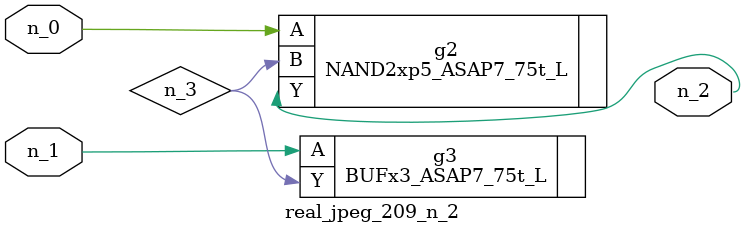
<source format=v>
module real_jpeg_209_n_2 (n_1, n_0, n_2);

input n_1;
input n_0;

output n_2;

wire n_3;

NAND2xp5_ASAP7_75t_L g2 ( 
.A(n_0),
.B(n_3),
.Y(n_2)
);

BUFx3_ASAP7_75t_L g3 ( 
.A(n_1),
.Y(n_3)
);


endmodule
</source>
